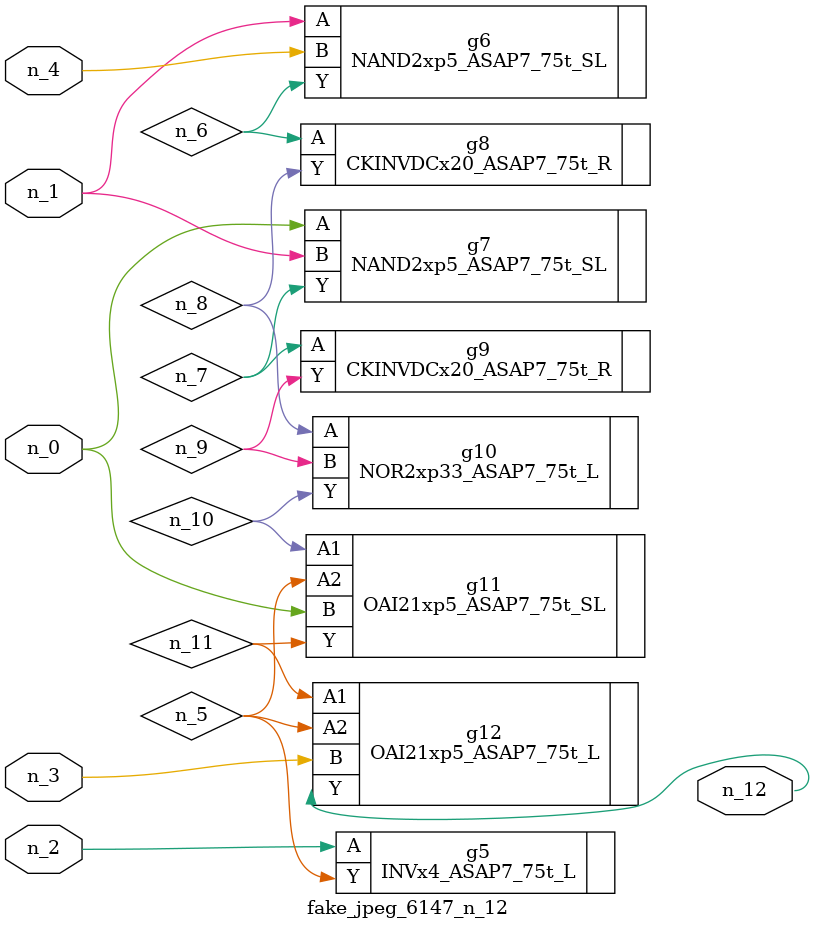
<source format=v>
module fake_jpeg_6147_n_12 (n_3, n_2, n_1, n_0, n_4, n_12);

input n_3;
input n_2;
input n_1;
input n_0;
input n_4;

output n_12;

wire n_11;
wire n_10;
wire n_8;
wire n_9;
wire n_6;
wire n_5;
wire n_7;

INVx4_ASAP7_75t_L g5 ( 
.A(n_2),
.Y(n_5)
);

NAND2xp5_ASAP7_75t_SL g6 ( 
.A(n_1),
.B(n_4),
.Y(n_6)
);

NAND2xp5_ASAP7_75t_SL g7 ( 
.A(n_0),
.B(n_1),
.Y(n_7)
);

CKINVDCx20_ASAP7_75t_R g8 ( 
.A(n_6),
.Y(n_8)
);

NOR2xp33_ASAP7_75t_L g10 ( 
.A(n_8),
.B(n_9),
.Y(n_10)
);

CKINVDCx20_ASAP7_75t_R g9 ( 
.A(n_7),
.Y(n_9)
);

OAI21xp5_ASAP7_75t_SL g11 ( 
.A1(n_10),
.A2(n_5),
.B(n_0),
.Y(n_11)
);

OAI21xp5_ASAP7_75t_L g12 ( 
.A1(n_11),
.A2(n_5),
.B(n_3),
.Y(n_12)
);


endmodule
</source>
